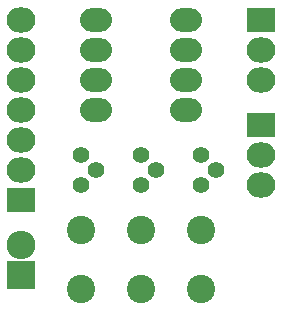
<source format=gbs>
G04 #@! TF.FileFunction,Soldermask,Bot*
%FSLAX46Y46*%
G04 Gerber Fmt 4.6, Leading zero omitted, Abs format (unit mm)*
G04 Created by KiCad (PCBNEW 4.0.1-stable) date Tuesday, December 29, 2015 'PMt' 07:02:28 PM*
%MOMM*%
G01*
G04 APERTURE LIST*
%ADD10C,0.100000*%
%ADD11C,1.400760*%
%ADD12O,2.700000X2.000000*%
%ADD13C,2.398980*%
%ADD14R,2.432000X2.127200*%
%ADD15O,2.432000X2.127200*%
%ADD16R,2.432000X2.432000*%
%ADD17O,2.432000X2.432000*%
G04 APERTURE END LIST*
D10*
D11*
X154940000Y-119380000D03*
X153670000Y-120650000D03*
X153670000Y-118110000D03*
D12*
X162560000Y-114300000D03*
X162560000Y-111760000D03*
X162560000Y-109220000D03*
X162560000Y-106680000D03*
X154940000Y-106680000D03*
X154940000Y-109220000D03*
X154940000Y-111760000D03*
X154940000Y-114300000D03*
D13*
X153670000Y-124500640D03*
X153670000Y-129501900D03*
D14*
X168910000Y-106680000D03*
D15*
X168910000Y-109220000D03*
X168910000Y-111760000D03*
D14*
X168910000Y-115570000D03*
D15*
X168910000Y-118110000D03*
X168910000Y-120650000D03*
D11*
X160020000Y-119380000D03*
X158750000Y-120650000D03*
X158750000Y-118110000D03*
X165100000Y-119380000D03*
X163830000Y-120650000D03*
X163830000Y-118110000D03*
D13*
X158750000Y-124500640D03*
X158750000Y-129501900D03*
X163830000Y-124500640D03*
X163830000Y-129501900D03*
D16*
X148590000Y-128270000D03*
D17*
X148590000Y-125730000D03*
D14*
X148590000Y-121920000D03*
D15*
X148590000Y-119380000D03*
X148590000Y-116840000D03*
X148590000Y-114300000D03*
X148590000Y-111760000D03*
X148590000Y-109220000D03*
X148590000Y-106680000D03*
M02*

</source>
